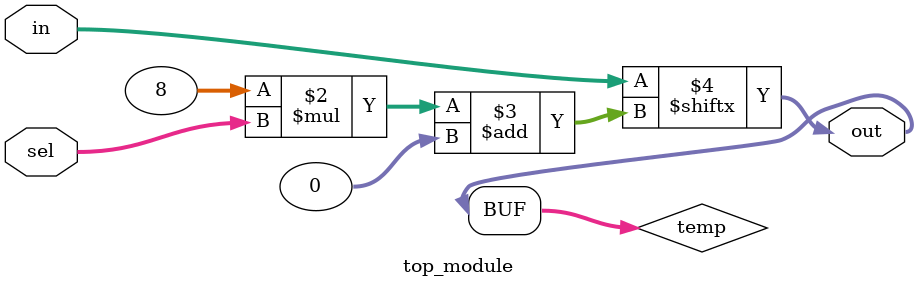
<source format=sv>
module top_module (
    input [1023:0] in,
    input [7:0] sel,
    output [3:0] out
);
    reg [3:0] temp;
    
    always @(*) begin
        temp = in[8*sel +: 4];
        out = temp;
    end
endmodule

</source>
